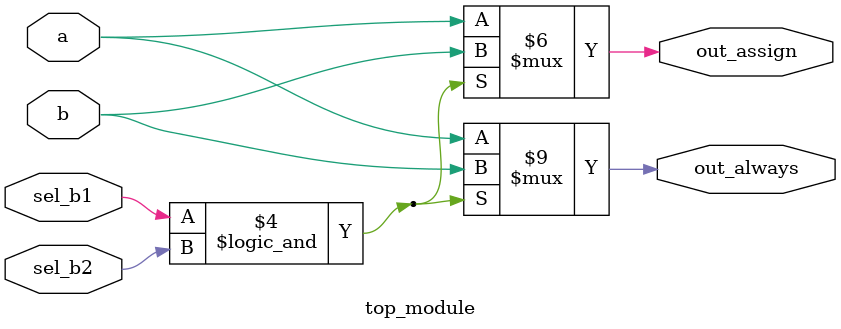
<source format=v>
module top_module(
    input a,
    input b,
    input sel_b1,
    input sel_b2,
    output wire out_assign,
    output reg out_always   ); 

    always @(*) begin
        if ((sel_b1 == 1) && (sel_b2 == 1)) begin
            out_always = b;
            out_assign = b;
        end
        else begin
            out_always = a;
            out_assign = a;
        end
    end

endmodule

</source>
